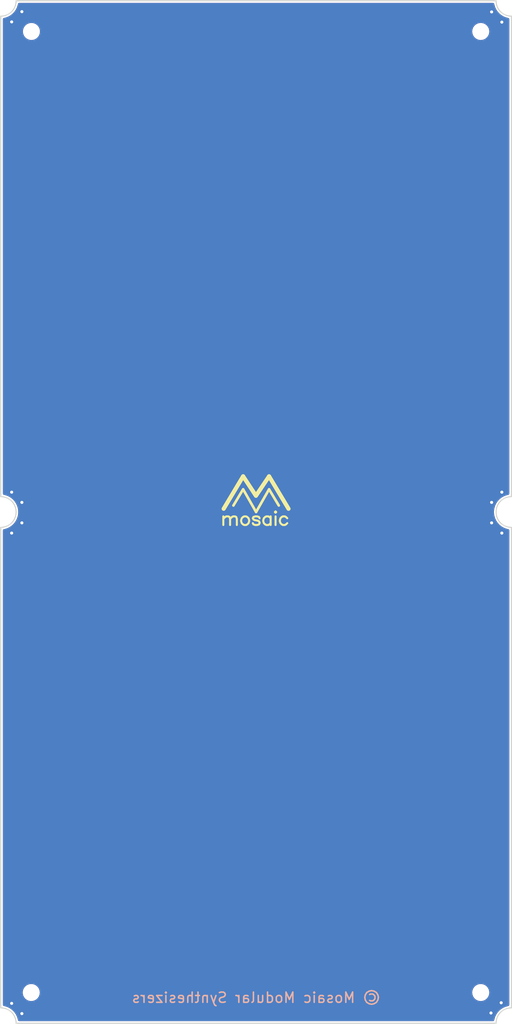
<source format=kicad_pcb>
(kicad_pcb (version 20221018) (generator pcbnew)
  (title_block (company "Mosaic modular Synthesizers"))
  (layers (0 "F.Cu" signal) (31 "B.Cu" signal) (34 "B.Paste" user) (35 "F.Paste" user) (36 "B.SilkS" user "B.Silkscreen") (37 "F.SilkS" user "F.Silkscreen") (38 "B.Mask" user) (39 "F.Mask" user) (44 "Edge.Cuts" user))
  (net 0 "")
  (net 1 "GND")
  (footprint "0-MM:MM_LOGO" (layer "F.Cu") (at 150 100)
    (fp_text reference "REF3" hide)
    (fp_text value "logo" hide)
    (fp_line (start -3.209537 0.427546) (end -3.209537 0.668546) (stroke (width 0.2)) (layer "F.SilkS"))
    (fp_line (start -3.209537 0.668546) (end -3.209537 1.269546) (stroke (width 0.2)) (layer "F.SilkS"))
    (fp_line (start -3.209537 0.668546) (end -3.028537 0.487546) (stroke (width 0.2)) (layer "F.SilkS"))
    (fp_line (start -3.175 -0.3175) (end -1.27 -3.4925) (stroke (width 0.4064)) (layer "F.SilkS"))
    (fp_line (start -3.028537 0.487546) (end -2.908537 0.427546) (stroke (width 0.2)) (layer "F.SilkS"))
    (fp_line (start -2.908537 0.427546) (end -2.727537 0.427546) (stroke (width 0.2)) (layer "F.SilkS"))
    (fp_line (start -2.727537 0.427546) (end -2.607537 0.487546) (stroke (width 0.2)) (layer "F.SilkS"))
    (fp_line (start -2.607537 0.487546) (end -2.547537 0.668546) (stroke (width 0.2)) (layer "F.SilkS"))
    (fp_line (start -2.547537 0.668546) (end -2.547537 1.269546) (stroke (width 0.2)) (layer "F.SilkS"))
    (fp_line (start -2.547537 0.668546) (end -2.366537 0.487546) (stroke (width 0.2)) (layer "F.SilkS"))
    (fp_line (start -2.366537 0.487546) (end -2.246537 0.427546) (stroke (width 0.2)) (layer "F.SilkS"))
    (fp_line (start -2.246537 0.427546) (end -2.065537 0.427546) (stroke (width 0.2)) (layer "F.SilkS"))
    (fp_line (start -2.065537 0.427546) (end -1.945537 0.487546) (stroke (width 0.2)) (layer "F.SilkS"))
    (fp_line (start -1.945537 0.487546) (end -1.885537 0.668546) (stroke (width 0.2)) (layer "F.SilkS"))
    (fp_line (start -1.885537 0.668546) (end -1.885537 1.269546) (stroke (width 0.2)) (layer "F.SilkS"))
    (fp_line (start -1.464537 0.788546) (end -1.464537 0.908546) (stroke (width 0.2)) (layer "F.SilkS"))
    (fp_line (start -1.464537 0.908546) (end -1.403537 1.089546) (stroke (width 0.2)) (layer "F.SilkS"))
    (fp_line (start -1.403537 0.607546) (end -1.464537 0.788546) (stroke (width 0.2)) (layer "F.SilkS"))
    (fp_line (start -1.403537 1.089546) (end -1.283537 1.209546) (stroke (width 0.2)) (layer "F.SilkS"))
    (fp_line (start -1.283537 0.487546) (end -1.403537 0.607546) (stroke (width 0.2)) (layer "F.SilkS"))
    (fp_line (start -1.283537 1.209546) (end -1.163537 1.269546) (stroke (width 0.2)) (layer "F.SilkS"))
    (fp_line (start -1.27 -3.4925) (end -0.01524 -1.589784) (stroke (width 0.4064)) (layer "F.SilkS"))
    (fp_line (start -1.27 -2.2225) (end -2.2225 -0.635) (stroke (width 0.254)) (layer "F.SilkS"))
    (fp_line (start -1.27 -2.2225) (end 0 0) (stroke (width 0.254)) (layer "F.SilkS"))
    (fp_line (start -1.163537 0.427546) (end -1.283537 0.487546) (stroke (width 0.2)) (layer "F.SilkS"))
    (fp_line (start -1.163537 1.269546) (end -0.982537 1.269546) (stroke (width 0.2)) (layer "F.SilkS"))
    (fp_line (start -0.982537 0.427546) (end -1.163537 0.427546) (stroke (width 0.2)) (layer "F.SilkS"))
    (fp_line (start -0.982537 1.269546) (end -0.862537 1.209546) (stroke (width 0.2)) (layer "F.SilkS"))
    (fp_line (start -0.862537 0.487546) (end -0.982537 0.427546) (stroke (width 0.2)) (layer "F.SilkS"))
    (fp_line (start -0.862537 1.209546) (end -0.742537 1.089546) (stroke (width 0.2)) (layer "F.SilkS"))
    (fp_line (start -0.742537 0.607546) (end -0.862537 0.487546) (stroke (width 0.2)) (layer "F.SilkS"))
    (fp_line (start -0.742537 1.089546) (end -0.681537 0.908546) (stroke (width 0.2)) (layer "F.SilkS"))
    (fp_line (start -0.681537 0.788546) (end -0.742537 0.607546) (stroke (width 0.2)) (layer "F.SilkS"))
    (fp_line (start -0.681537 0.908546) (end -0.681537 0.788546) (stroke (width 0.2)) (layer "F.SilkS"))
    (fp_line (start -0.320537 0.607546) (end -0.260537 0.728546) (stroke (width 0.2)) (layer "F.SilkS"))
    (fp_line (start -0.260537 0.487546) (end -0.320537 0.607546) (stroke (width 0.2)) (layer "F.SilkS"))
    (fp_line (start -0.260537 0.728546) (end -0.140537 0.788546) (stroke (width 0.2)) (layer "F.SilkS"))
    (fp_line (start -0.260537 1.209546) (end -0.320537 1.089546) (stroke (width 0.2)) (layer "F.SilkS"))
    (fp_line (start -0.140537 0.788546) (end 0.160462 0.848546) (stroke (width 0.2)) (layer "F.SilkS"))
    (fp_line (start -0.080537 0.427546) (end -0.260537 0.487546) (stroke (width 0.2)) (layer "F.SilkS"))
    (fp_line (start -0.080537 1.269546) (end -0.260537 1.209546) (stroke (width 0.2)) (layer "F.SilkS"))
    (fp_line (start -0.01524 -1.589784) (end 1.27 -3.4925) (stroke (width 0.4064)) (layer "F.SilkS"))
    (fp_line (start 0 0) (end 1.27 -2.2225) (stroke (width 0.254)) (layer "F.SilkS"))
    (fp_line (start 0.100462 0.427546) (end -0.080537 0.427546) (stroke (width 0.2)) (layer "F.SilkS"))
    (fp_line (start 0.100462 1.269546) (end -0.080537 1.269546) (stroke (width 0.2)) (layer "F.SilkS"))
    (fp_line (start 0.160462 0.848546) (end 0.280462 0.908546) (stroke (width 0.2)) (layer "F.SilkS"))
    (fp_line (start 0.280462 0.487546) (end 0.100462 0.427546) (stroke (width 0.2)) (layer "F.SilkS"))
    (fp_line (start 0.280462 0.908546) (end 0.341462 1.029546) (stroke (width 0.2)) (layer "F.SilkS"))
    (fp_line (start 0.280462 1.209546) (end 0.100462 1.269546) (stroke (width 0.2)) (layer "F.SilkS"))
    (fp_line (start 0.341462 0.607546) (end 0.280462 0.487546) (stroke (width 0.2)) (layer "F.SilkS"))
    (fp_line (start 0.341462 1.029546) (end 0.341462 1.089546) (stroke (width 0.2)) (layer "F.SilkS"))
    (fp_line (start 0.341462 1.089546) (end 0.280462 1.209546) (stroke (width 0.2)) (layer "F.SilkS"))
    (fp_line (start 0.702462 0.788546) (end 0.702462 0.908546) (stroke (width 0.2)) (layer "F.SilkS"))
    (fp_line (start 0.702462 0.908546) (end 0.762462 1.089546) (stroke (width 0.2)) (layer "F.SilkS"))
    (fp_line (start 0.762462 0.607546) (end 0.702462 0.788546) (stroke (width 0.2)) (layer "F.SilkS"))
    (fp_line (start 0.762462 1.089546) (end 0.882462 1.209546) (stroke (width 0.2)) (layer "F.SilkS"))
    (fp_line (start 0.882462 0.487546) (end 0.762462 0.607546) (stroke (width 0.2)) (layer "F.SilkS"))
    (fp_line (start 0.882462 1.209546) (end 1.003462 1.269546) (stroke (width 0.2)) (layer "F.SilkS"))
    (fp_line (start 1.003462 0.427546) (end 0.882462 0.487546) (stroke (width 0.2)) (layer "F.SilkS"))
    (fp_line (start 1.003462 1.269546) (end 1.183462 1.269546) (stroke (width 0.2)) (layer "F.SilkS"))
    (fp_line (start 1.183462 0.427546) (end 1.003462 0.427546) (stroke (width 0.2)) (layer "F.SilkS"))
    (fp_line (start 1.183462 1.269546) (end 1.304462 1.209546) (stroke (width 0.2)) (layer "F.SilkS"))
    (fp_line (start 1.27 -3.4925) (end 3.175 -0.3175) (stroke (width 0.4064)) (layer "F.SilkS"))
    (fp_line (start 1.27 -2.2225) (end 2.2225 -0.635) (stroke (width 0.254)) (layer "F.SilkS"))
    (fp_line (start 1.304462 0.487546) (end 1.183462 0.427546) (stroke (width 0.2)) (layer "F.SilkS"))
    (fp_line (start 1.304462 1.209546) (end 1.424462 1.089546) (stroke (width 0.2)) (layer "F.SilkS"))
    (fp_line (start 1.424462 0.427546) (end 1.424462 0.607546) (stroke (width 0.2)) (layer "F.SilkS"))
    (fp_line (start 1.424462 0.607546) (end 1.304462 0.487546) (stroke (width 0.2)) (layer "F.SilkS"))
    (fp_line (start 1.424462 0.607546) (end 1.424462 1.089546) (stroke (width 0.2)) (layer "F.SilkS"))
    (fp_line (start 1.424462 1.089546) (end 1.424462 1.269546) (stroke (width 0.2)) (layer "F.SilkS"))
    (fp_line (start 1.845462 0.006546) (end 1.905462 0.066546) (stroke (width 0.2)) (layer "F.SilkS"))
    (fp_line (start 1.905462 -0.054453) (end 1.845462 0.006546) (stroke (width 0.2)) (layer "F.SilkS"))
    (fp_line (start 1.905462 0.066546) (end 1.965462 0.006546) (stroke (width 0.2)) (layer "F.SilkS"))
    (fp_line (start 1.905462 0.427546) (end 1.905462 1.269546) (stroke (width 0.2)) (layer "F.SilkS"))
    (fp_line (start 1.965462 0.006546) (end 1.905462 -0.054453) (stroke (width 0.2)) (layer "F.SilkS"))
    (fp_line (start 2.327462 0.788546) (end 2.327462 0.908546) (stroke (width 0.2)) (layer "F.SilkS"))
    (fp_line (start 2.327462 0.908546) (end 2.387462 1.089546) (stroke (width 0.2)) (layer "F.SilkS"))
    (fp_line (start 2.387462 0.607546) (end 2.327462 0.788546) (stroke (width 0.2)) (layer "F.SilkS"))
    (fp_line (start 2.387462 1.089546) (end 2.507462 1.209546) (stroke (width 0.2)) (layer "F.SilkS"))
    (fp_line (start 2.507462 0.487546) (end 2.387462 0.607546) (stroke (width 0.2)) (layer "F.SilkS"))
    (fp_line (start 2.507462 1.209546) (end 2.627462 1.269546) (stroke (width 0.2)) (layer "F.SilkS"))
    (fp_line (start 2.627462 0.427546) (end 2.507462 0.487546) (stroke (width 0.2)) (layer "F.SilkS"))
    (fp_line (start 2.627462 1.269546) (end 2.808462 1.269546) (stroke (width 0.2)) (layer "F.SilkS"))
    (fp_line (start 2.808462 0.427546) (end 2.627462 0.427546) (stroke (width 0.2)) (layer "F.SilkS"))
    (fp_line (start 2.808462 1.269546) (end 2.928462 1.209546) (stroke (width 0.2)) (layer "F.SilkS"))
    (fp_line (start 2.928462 0.487546) (end 2.808462 0.427546) (stroke (width 0.2)) (layer "F.SilkS"))
    (fp_line (start 2.928462 1.209546) (end 3.049462 1.089546) (stroke (width 0.2)) (layer "F.SilkS"))
    (fp_line (start 3.049462 0.607546) (end 2.928462 0.487546) (stroke (width 0.2)) (layer "F.SilkS"))
  )
  (footprint "0-MM:MM50x100_JLC_toolingholes" (layer "F.Cu") (at 150 100)
    (fp_text reference "REF2" hide)
    (fp_text value "JLC_PCBA_tooling_holes" hide)
    (pad "" np_thru_hole circle (at -22.01962 46.999999) (size 1.152 1.152) (drill 1.152) (layers "F&B.Cu" "*.Mask"))
    (pad "" np_thru_hole circle (at -22 -47) (size 1.152 1.152) (drill 1.152) (layers "F&B.Cu" "*.Mask"))
    (pad "" np_thru_hole circle (at 22 -47) (size 1.152 1.152) (drill 1.152) (layers "F&B.Cu" "*.Mask"))
    (pad "" np_thru_hole circle (at 22 47) (size 1.152 1.152) (drill 1.152) (layers "F&B.Cu" "*.Mask"))
  )
  (footprint "0-MM:copyright" (layer "F.Cu") (at 150 147.5)
    (fp_text reference "REF4" hide)
    (fp_text value "copyright" hide)
    (fp_text user "© Mosaic Modular Synthesizers" (at 0 0 unlocked) (layer "B.SilkS") (effects (justify mirror)))
  )
  (gr_line (start 126.5 150) (end 173.5 150) (stroke (width 0.1)) (layer "Edge.Cuts"))
  (gr_line (start 125 51.5) (end 125 98.5) (stroke (width 0.1)) (layer "Edge.Cuts"))
  (gr_arc (start 175 51.5) (mid 173.939339 51.060668) (end 173.5 50) (stroke (width 0.1)) (layer "Edge.Cuts"))
  (gr_line (start 175 148.5) (end 175 101.5) (stroke (width 0.1)) (layer "Edge.Cuts"))
  (gr_arc (start 126.5 100) (mid 126.060647 101.060643) (end 125 101.5) (stroke (width 0.1)) (layer "Edge.Cuts"))
  (gr_line (start 173.5 50) (end 126.5 50) (stroke (width 0.1)) (layer "Edge.Cuts"))
  (gr_arc (start 126.5 50) (mid 126.060647 51.060643) (end 125 51.5) (stroke (width 0.1)) (layer "Edge.Cuts"))
  (gr_arc (start 175 101.5) (mid 173.939339 101.060668) (end 173.5 100) (stroke (width 0.1)) (layer "Edge.Cuts"))
  (gr_line (start 175 98.5) (end 175 51.5) (stroke (width 0.1)) (layer "Edge.Cuts"))
  (gr_line (start 125 101.5) (end 125 148.5) (stroke (width 0.1)) (layer "Edge.Cuts"))
  (gr_arc (start 125 148.5) (mid 126.060624 148.939354) (end 126.5 150) (stroke (width 0.1)) (layer "Edge.Cuts"))
  (gr_arc (start 173.5 100) (mid 173.939326 98.939323) (end 175 98.5) (stroke (width 0.1)) (layer "Edge.Cuts"))
  (gr_arc (start 173.5 150) (mid 173.939326 148.939323) (end 175 148.5) (stroke (width 0.1)) (layer "Edge.Cuts"))
  (gr_arc (start 125 98.5) (mid 126.060624 98.939354) (end 126.5 100) (stroke (width 0.1)) (layer "Edge.Cuts"))
  (via (at 126.062503 102.06066) (size 0.7) (drill 0.3) (layers "F.Cu" "B.Cu") (net 1))
  (via (at 127.062503 51.06066) (size 0.7) (drill 0.3) (layers "F.Cu" "B.Cu") (net 1))
  (via (at 127.062503 101.06066) (size 0.7) (drill 0.3) (layers "F.Cu" "B.Cu") (net 1))
  (via (at 173.063623 99.060662) (size 0.7) (drill 0.3) (layers "F.Cu" "B.Cu") (net 1))
  (via (at 127.062503 99.06066) (size 0.7) (drill 0.3) (layers "F.Cu" "B.Cu") (net 1))
  (via (at 126.062503 148.06066) (size 0.7) (drill 0.3) (layers "F.Cu" "B.Cu") (net 1))
  (via (at 127.062503 149.06066) (size 0.7) (drill 0.3) (layers "F.Cu" "B.Cu") (net 1))
  (via (at 174.00112 148) (size 0.7) (drill 0.3) (layers "F.Cu" "B.Cu") (net 1))
  (via (at 173.063623 101.060662) (size 0.7) (drill 0.3) (layers "F.Cu" "B.Cu") (net 1))
  (via (at 126.062503 52.06066) (size 0.7) (drill 0.3) (layers "F.Cu" "B.Cu") (net 1))
  (via (at 126.062503 98.06066) (size 0.7) (drill 0.3) (layers "F.Cu" "B.Cu") (net 1))
  (via (at 174.063623 52.085452) (size 0.7) (drill 0.3) (layers "F.Cu" "B.Cu") (net 1))
  (via (at 173.063623 51.085452) (size 0.7) (drill 0.3) (layers "F.Cu" "B.Cu") (net 1))
  (via (at 173.00112 149) (size 0.7) (drill 0.3) (layers "F.Cu" "B.Cu") (net 1))
  (via (at 174.063623 98.060662) (size 0.7) (drill 0.3) (layers "F.Cu" "B.Cu") (net 1))
  (via (at 174.063623 102.060662) (size 0.7) (drill 0.3) (layers "F.Cu" "B.Cu") (net 1))
  (zone (net 1) (net_name "GND") (layers "F&B.Cu") (name "GND") (connect_pads (clearance 0.2)) (min_thickness 0.254) (fill yes (thermal_gap 0.508) (thermal_bridge_width 0.508))
    (polygon (pts (xy 175 150) (xy 125 150) (xy 125 50) (xy 175 50)))
  )
)
</source>
